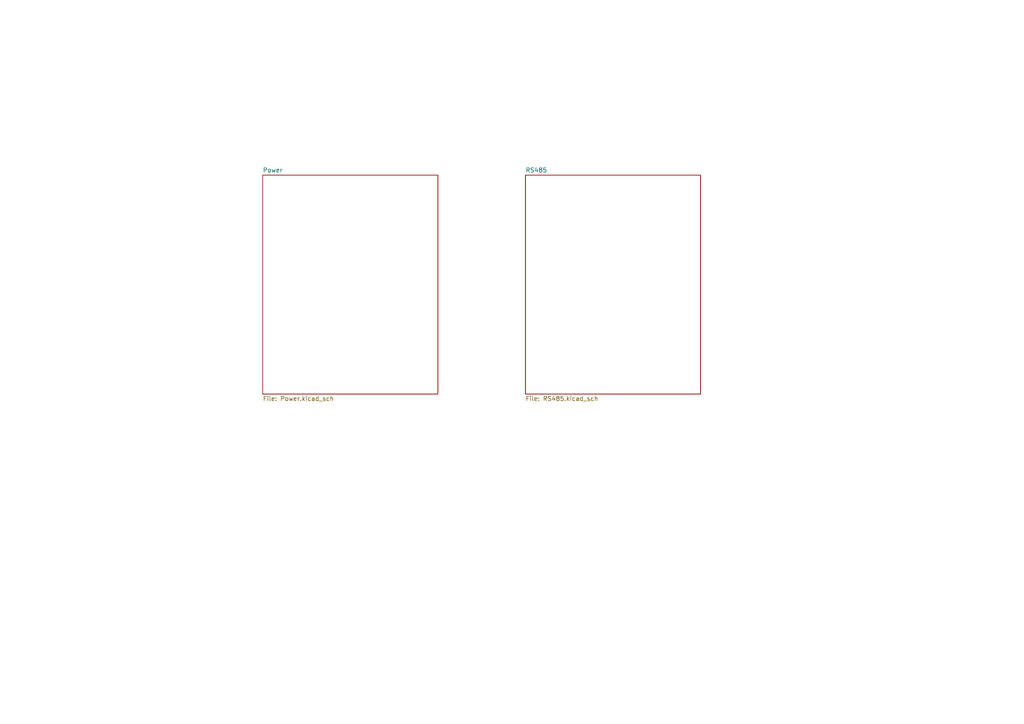
<source format=kicad_sch>
(kicad_sch
	(version 20231120)
	(generator "eeschema")
	(generator_version "8.0")
	(uuid "0c9c87df-0f13-4f9d-9e93-2fbfb137c5e4")
	(paper "A4")
	(lib_symbols)
	(sheet
		(at 152.4 50.8)
		(size 50.8 63.5)
		(fields_autoplaced yes)
		(stroke
			(width 0.1524)
			(type solid)
		)
		(fill
			(color 0 0 0 0.0000)
		)
		(uuid "c51127e9-f452-484c-9781-e15c1373fb4a")
		(property "Sheetname" "RS485"
			(at 152.4 50.0884 0)
			(effects
				(font
					(size 1.27 1.27)
				)
				(justify left bottom)
			)
		)
		(property "Sheetfile" "RS485.kicad_sch"
			(at 152.4 114.8846 0)
			(effects
				(font
					(size 1.27 1.27)
				)
				(justify left top)
			)
		)
		(instances
			(project "USB-HID-Module-Hat"
				(path "/0c9c87df-0f13-4f9d-9e93-2fbfb137c5e4"
					(page "2")
				)
			)
		)
	)
	(sheet
		(at 76.2 50.8)
		(size 50.8 63.5)
		(fields_autoplaced yes)
		(stroke
			(width 0.1524)
			(type solid)
		)
		(fill
			(color 0 0 0 0.0000)
		)
		(uuid "c8f5ff9c-d19f-4184-9c49-6289dac348c4")
		(property "Sheetname" "Power"
			(at 76.2 50.0884 0)
			(effects
				(font
					(size 1.27 1.27)
				)
				(justify left bottom)
			)
		)
		(property "Sheetfile" "Power.kicad_sch"
			(at 76.2 114.8846 0)
			(effects
				(font
					(size 1.27 1.27)
				)
				(justify left top)
			)
		)
		(instances
			(project "USB-HID-Module-Hat"
				(path "/0c9c87df-0f13-4f9d-9e93-2fbfb137c5e4"
					(page "3")
				)
			)
		)
	)
	(sheet_instances
		(path "/"
			(page "1")
		)
	)
)

</source>
